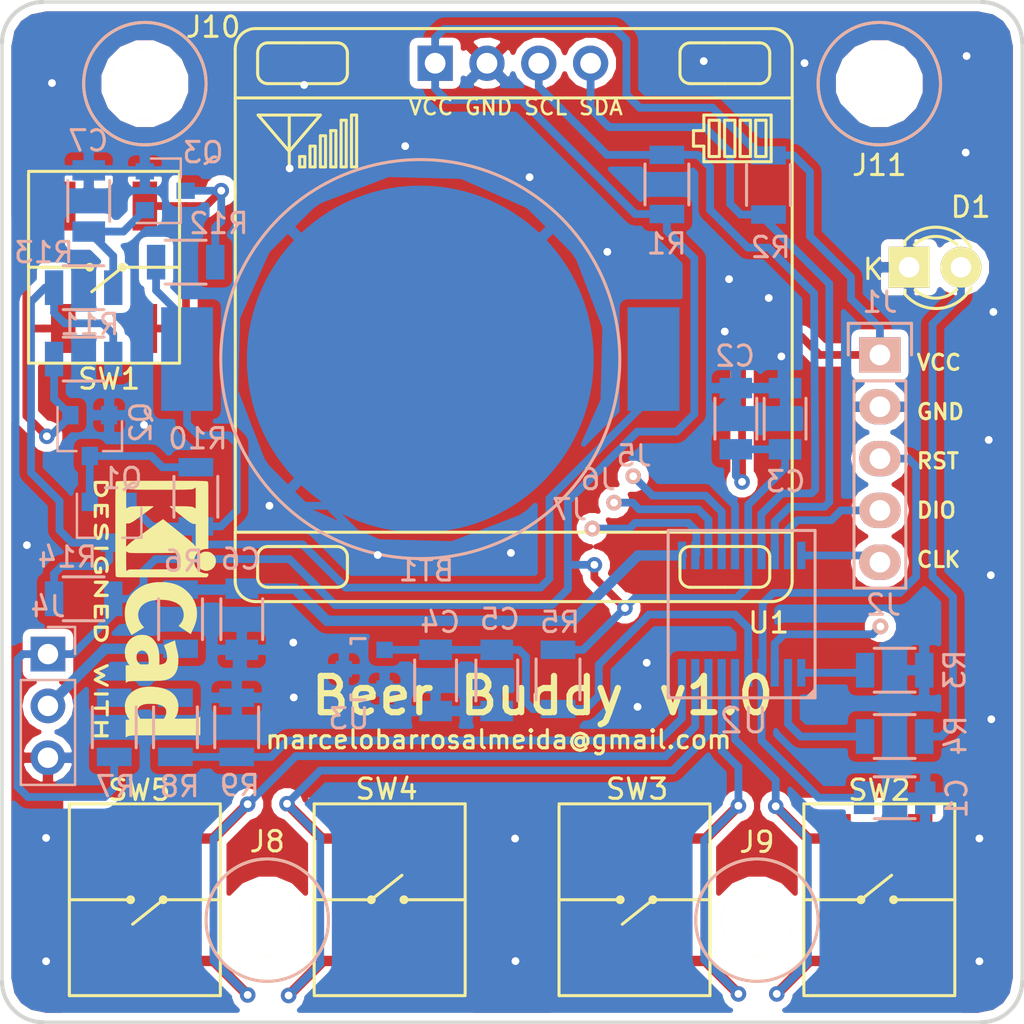
<source format=kicad_pcb>
(kicad_pcb (version 4) (host pcbnew 4.0.2+dfsg1-stable)
  (title_block (title "Beer Buddy") (date 2017-10-16) (rev V1) (comment 1 "All rights reserved") (comment 2 marcelobarrosalmeida@gmail.com) (comment 3 "Marcelo Barros de Almeida"))
  (layers (0 F.Cu signal) (31 B.Cu signal) (34 B.Paste user) (35 F.Paste user) (36 B.SilkS user) (37 F.SilkS user) (38 B.Mask user) (39 F.Mask user) (44 Edge.Cuts user))
  (net 0 "")
  (net 1 "Net-(BT1-Pad1)")
  (net 2 GND)
  (net 3 /NRST)
  (net 4 VDD)
  (net 5 /2V5REF)
  (net 6 /ADC_TEMP)
  (net 7 "Net-(D1-Pad2)")
  (net 8 /SWCLK)
  (net 9 /SWDIO)
  (net 10 "Net-(J2-Pad1)")
  (net 11 "Net-(J4-Pad2)")
  (net 12 "Net-(J5-Pad1)")
  (net 13 "Net-(J6-Pad1)")
  (net 14 "Net-(J7-Pad1)")
  (net 15 /SCL)
  (net 16 /SDA)
  (net 17 "Net-(R3-Pad1)")
  (net 18 /ALAM_LED)
  (net 19 "Net-(R7-Pad2)")
  (net 20 /2V5BAT)
  (net 21 /SWUP)
  (net 22 /SWDOWN)
  (net 23 /SWLEFT)
  (net 24 /SWRIGHT)
  (net 25 "Net-(C7-Pad1)")
  (net 26 BAT3V)
  (net 27 "Net-(Q1-Pad1)")
  (net 28 "Net-(Q2-Pad1)")
  (net 29 "Net-(Q3-Pad3)")
  (module mods:EVQ-Q2B02W (layer F.Cu) (at 35 43 90)
    (fp_text reference SW1 (at -5.475 0.25 180) (layer F.SilkS))
    (fp_text value SW_SPST)
    (pad 2 smd rect (at 3 2 90) (size 2.4 1.2) (layers F.Cu F.Paste F.Mask) (net 29 "Net-(Q3-Pad3)"))
    (pad 1 smd rect (at 3 -2 90) (size 2.4 1.2) (layers F.Cu F.Paste F.Mask) (net 28 "Net-(Q2-Pad1)"))
    (pad 2 smd rect (at -3 2 90) (size 2.4 1.2) (layers F.Cu F.Paste F.Mask) (net 29 "Net-(Q3-Pad3)"))
    (pad 1 smd rect (at -3 -2 90) (size 2.4 1.2) (layers F.Cu F.Paste F.Mask) (net 28 "Net-(Q2-Pad1)"))
  )
  (module mods:BAT-HLD-001-THM (layer B.Cu) (at 50.5 47.5)
    (fp_text reference BT1 (at 0.3 10.375) (layer B.SilkS) (effects (justify mirror)))
    (fp_text value CR2032)
    (pad 1 smd rect (at 11.43 0) (size 2.54 5.08) (layers B.Cu B.Paste B.Mask) (net 1 "Net-(BT1-Pad1)"))
    (pad 2 smd circle (at 0 0) (size 17 17) (layers B.Cu B.Paste B.Mask) (net 2 GND))
    (pad 1 smd rect (at -11.43 0) (size 2.54 5.08) (layers B.Cu B.Paste B.Mask) (net 1 "Net-(BT1-Pad1)"))
  )
  (module Pin_Headers:Pin_Header_Straight_1x05 (layer B.Cu) (at 73.0276 47.2974 180)
    (fp_text reference J1 (at 0 2.59 180) (layer B.SilkS) (effects (justify mirror)))
    (fp_text value JTAG)
    (pad 1 thru_hole rect (at 0 0 180) (size 2.032 1.7272) (drill 1.016) (layers *.Cu *.Mask B.SilkS) (net 4 VDD))
    (pad 2 thru_hole oval (at 0 -2.54 180) (size 2.032 1.7272) (drill 1.016) (layers *.Cu *.Mask B.SilkS) (net 2 GND))
    (pad 3 thru_hole oval (at 0 -5.08 180) (size 2.032 1.7272) (drill 1.016) (layers *.Cu *.Mask B.SilkS) (net 3 /NRST))
    (pad 4 thru_hole oval (at 0 -7.62 180) (size 2.032 1.7272) (drill 1.016) (layers *.Cu *.Mask B.SilkS) (net 9 /SWDIO))
    (pad 5 thru_hole oval (at 0 -10.16 180) (size 2.032 1.7272) (drill 1.016) (layers *.Cu *.Mask B.SilkS) (net 8 /SWCLK))
  )
  (module mods:DISPLAY-OLED (layer F.Cu) (at 55 33)
    (fp_text reference U1 (at 12.575 27.425) (layer F.SilkS))
    (fp_text value OLED-DISPLAY-I2C-128X64)
    (fp_text user "VCC GND SCL SDA" (at 0.175 2.15) (layer F.SilkS) (effects (font (size 0.762 0.762) (thickness 0.127))))
    (pad 3 thru_hole circle (at 1.308 0) (size 1.7272 1.7272) (drill 1.016) (layers *.Cu *.Mask) (net 15 /SCL))
    (pad 1 thru_hole rect (at -3.772 0) (size 1.7272 1.7272) (drill 1.016) (layers *.Cu *.Mask) (net 4 VDD))
    (pad 4 thru_hole circle (at 3.848 0) (size 1.7272 1.7272) (drill 1.016) (layers *.Cu *.Mask) (net 16 /SDA))
    (pad 2 thru_hole circle (at -1.232 0) (size 1.7272 1.7272) (drill 1.016) (layers *.Cu *.Mask) (net 2 GND))
  )
  (module TO_SOT_Packages_SMD:SOT-23 (layer B.Cu) (at 47.74924 62.7 270)
    (fp_text reference U3 (at 2.425 0.74924 540) (layer B.SilkS) (effects (justify mirror)))
    (fp_text value ADR5041BRTZ)
    (pad 1 smd rect (at -0.95 -1.00076 270) (size 0.8001 0.8001) (layers B.Cu B.Paste B.Mask) (net 5 /2V5REF))
    (pad 2 smd rect (at 0.95 -1.00076 270) (size 0.8001 0.8001) (layers B.Cu B.Paste B.Mask) (net 2 GND))
    (pad 3 smd rect (at 0 0.99822 270) (size 0.8001 0.8001) (layers B.Cu B.Paste B.Mask) (net 2 GND))
  )
  (module LEDs:LED-3MM (layer F.Cu) (at 74.46 43)
    (fp_text reference D1 (at 3.015 -2.95 180) (layer F.SilkS))
    (fp_text value LED)
    (fp_text user K (at -1.76 0.1) (layer F.SilkS))
    (pad 1 thru_hole rect (at 0 0 90) (size 2 2) (drill 1.00076) (layers *.Cu *.Mask F.SilkS) (net 2 GND))
    (pad 2 thru_hole circle (at 2.54 0) (size 2 2) (drill 1.00076) (layers *.Cu *.Mask F.SilkS) (net 7 "Net-(D1-Pad2)"))
  )
  (module TO_SOT_Packages_SMD:SOT-23 (layer B.Cu) (at 35.25 55.5 270)
    (fp_text reference Q1 (at -2.15 -0.625 540) (layer B.SilkS) (effects (justify mirror)))
    (fp_text value "PMV48XP (PMOS_GSD)")
    (pad 1 smd rect (at -1 0.95 270) (size 0.9 0.8) (layers B.Cu B.Paste B.Mask) (net 27 "Net-(Q1-Pad1)"))
    (pad 2 smd rect (at -1 -0.95 270) (size 0.9 0.8) (layers B.Cu B.Paste B.Mask) (net 1 "Net-(BT1-Pad1)"))
    (pad 3 smd rect (at 1 0 270) (size 0.9 0.8) (layers B.Cu B.Paste B.Mask) (net 26 BAT3V))
  )
  (module TO_SOT_Packages_SMD:SOT-23 (layer B.Cu) (at 34.3 51.25 270)
    (fp_text reference Q2 (at -0.65 -2.5 450) (layer B.SilkS) (effects (justify mirror)))
    (fp_text value "PMV65UNER (NMOS_GSD)")
    (pad 1 smd rect (at -1 0.95 270) (size 0.9 0.8) (layers B.Cu B.Paste B.Mask) (net 28 "Net-(Q2-Pad1)"))
    (pad 2 smd rect (at -1 -0.95 270) (size 0.9 0.8) (layers B.Cu B.Paste B.Mask) (net 2 GND))
    (pad 3 smd rect (at 1 0 270) (size 0.9 0.8) (layers B.Cu B.Paste B.Mask) (net 27 "Net-(Q1-Pad1)"))
  )
  (module TO_SOT_Packages_SMD:SOT-23 (layer B.Cu) (at 38 39.25)
    (fp_text reference Q3 (at 1.85 -1.875 180) (layer B.SilkS) (effects (justify mirror)))
    (fp_text value "PMV65UNER (NMOS_GSD)")
    (pad 1 smd rect (at -1 0.95) (size 0.9 0.8) (layers B.Cu B.Paste B.Mask) (net 25 "Net-(C7-Pad1)"))
    (pad 2 smd rect (at -1 -0.95) (size 0.9 0.8) (layers B.Cu B.Paste B.Mask) (net 2 GND))
    (pad 3 smd rect (at 1 0) (size 0.9 0.8) (layers B.Cu B.Paste B.Mask) (net 29 "Net-(Q3-Pad3)"))
  )
  (module mods:TEST-PIN (layer B.Cu) (at 60.9372 53.241)
    (fp_text reference J5 (at 0.04032 -1.00052) (layer B.SilkS) (effects (justify mirror)))
    (fp_text value PA7)
    (pad 1 thru_hole circle (at 0 0) (size 0.762 0.762) (drill 0.381) (layers *.Cu *.Mask B.SilkS) (net 12 "Net-(J5-Pad1)"))
  )
  (module mods:TEST-PIN (layer B.Cu) (at 59.9974 54.5364)
    (fp_text reference J6 (at -0.7724 -1.1364) (layer B.SilkS) (effects (justify mirror)))
    (fp_text value PA6)
    (pad 1 thru_hole circle (at 0 0) (size 0.762 0.762) (drill 0.381) (layers *.Cu *.Mask B.SilkS) (net 13 "Net-(J6-Pad1)"))
  )
  (module mods:TEST-PIN (layer B.Cu) (at 58.9306 55.8064)
    (fp_text reference J7 (at -1.1056 -0.9314 180) (layer B.SilkS) (effects (justify mirror)))
    (fp_text value PA5)
    (pad 1 thru_hole circle (at 0 0) (size 0.762 0.762) (drill 0.381) (layers *.Cu *.Mask B.SilkS) (net 14 "Net-(J7-Pad1)"))
  )
  (module mods:TEST-PIN (layer B.Cu) (at 73.053 60.607)
    (fp_text reference J2 (at 0.147 -1.057) (layer B.SilkS) (effects (justify mirror)))
    (fp_text value PF1)
    (pad 1 thru_hole circle (at 0 0) (size 0.762 0.762) (drill 0.381) (layers *.Cu *.Mask B.SilkS) (net 10 "Net-(J2-Pad1)"))
  )
  (module mods:M3_Connector (layer F.Cu) (at 43 75)
    (fp_text reference J8 (at 0 -3.85) (layer F.SilkS))
    (fp_text value Drill)
    (pad "" np_thru_hole circle (at 0 0) (size 3.5 3.5) (drill 3.5) (layers *.Cu *.Mask F.SilkS))
  )
  (module mods:M3_Connector (layer F.Cu) (at 67 75)
    (fp_text reference J9 (at 0 -3.825) (layer F.SilkS))
    (fp_text value Drill)
    (pad "" np_thru_hole circle (at 0 0) (size 3.5 3.5) (drill 3.5) (layers *.Cu *.Mask F.SilkS))
  )
  (module mods:M3_Connector (layer F.Cu) (at 37 34)
    (fp_text reference J10 (at 3.35 -2.775 180) (layer F.SilkS))
    (fp_text value Drill)
    (pad "" np_thru_hole circle (at 0 0) (size 3.5 3.5) (drill 3.5) (layers *.Cu *.Mask F.SilkS))
  )
  (module mods:M3_Connector (layer F.Cu) (at 73 34)
    (fp_text reference J11 (at 0 4) (layer F.SilkS))
    (fp_text value Drill)
    (pad "" np_thru_hole circle (at 0 0) (size 3.5 3.5) (drill 3.5) (layers *.Cu *.Mask F.SilkS))
  )
  (module mods:EVQ-Q2B02W (layer F.Cu) (at 37 74 90)
    (fp_text reference SW5 (at 5.375 -0.275 180) (layer F.SilkS))
    (fp_text value SW_SPST)
    (pad 2 smd rect (at 3 2 90) (size 2.4 1.2) (layers F.Cu F.Paste F.Mask) (net 21 /SWUP))
    (pad 1 smd rect (at 3 -2 90) (size 2.4 1.2) (layers F.Cu F.Paste F.Mask) (net 2 GND))
    (pad 2 smd rect (at -3 2 90) (size 2.4 1.2) (layers F.Cu F.Paste F.Mask) (net 21 /SWUP))
    (pad 1 smd rect (at -3 -2 90) (size 2.4 1.2) (layers F.Cu F.Paste F.Mask) (net 2 GND))
  )
  (module mods:EVQ-Q2B02W (layer F.Cu) (at 49 74 270)
    (fp_text reference SW4 (at -5.425 0.15 360) (layer F.SilkS))
    (fp_text value SW_SPST)
    (pad 2 smd rect (at 3 2 270) (size 2.4 1.2) (layers F.Cu F.Paste F.Mask) (net 22 /SWDOWN))
    (pad 1 smd rect (at 3 -2 270) (size 2.4 1.2) (layers F.Cu F.Paste F.Mask) (net 2 GND))
    (pad 2 smd rect (at -3 2 270) (size 2.4 1.2) (layers F.Cu F.Paste F.Mask) (net 22 /SWDOWN))
    (pad 1 smd rect (at -3 -2 270) (size 2.4 1.2) (layers F.Cu F.Paste F.Mask) (net 2 GND))
  )
  (module mods:EVQ-Q2B02W (layer F.Cu) (at 61 74 90)
    (fp_text reference SW3 (at 5.425 0.125 180) (layer F.SilkS))
    (fp_text value SW_SPST)
    (pad 2 smd rect (at 3 2 90) (size 2.4 1.2) (layers F.Cu F.Paste F.Mask) (net 23 /SWLEFT))
    (pad 1 smd rect (at 3 -2 90) (size 2.4 1.2) (layers F.Cu F.Paste F.Mask) (net 2 GND))
    (pad 2 smd rect (at -3 2 90) (size 2.4 1.2) (layers F.Cu F.Paste F.Mask) (net 23 /SWLEFT))
    (pad 1 smd rect (at -3 -2 90) (size 2.4 1.2) (layers F.Cu F.Paste F.Mask) (net 2 GND))
  )
  (module mods:EVQ-Q2B02W (layer F.Cu) (at 73 74 270)
    (fp_text reference SW2 (at -5.375 0 360) (layer F.SilkS))
    (fp_text value SW_SPST)
    (pad 2 smd rect (at 3 2 270) (size 2.4 1.2) (layers F.Cu F.Paste F.Mask) (net 24 /SWRIGHT))
    (pad 1 smd rect (at 3 -2 270) (size 2.4 1.2) (layers F.Cu F.Paste F.Mask) (net 2 GND))
    (pad 2 smd rect (at -3 2 270) (size 2.4 1.2) (layers F.Cu F.Paste F.Mask) (net 24 /SWRIGHT))
    (pad 1 smd rect (at -3 -2 270) (size 2.4 1.2) (layers F.Cu F.Paste F.Mask) (net 2 GND))
  )
  (module mods:TSOP-20-STM32F030F4 (layer B.Cu) (at 66.25 60 180)
    (fp_text reference U2 (at -0.1 -5.225 180) (layer B.SilkS) (effects (font (size 1.2 1.2)) (justify mirror)))
    (fp_text value STM32F030F4)
    (pad 20 smd rect (at -2.925 2.875 180) (size 0.4 1.35) (layers B.Cu B.Paste B.Mask) (net 8 /SWCLK))
    (pad 1 smd rect (at -2.925 -2.875 180) (size 0.4 1.35) (layers B.Cu B.Paste B.Mask) (net 17 "Net-(R3-Pad1)"))
    (pad 19 smd rect (at -2.275 2.875 180) (size 0.4 1.35) (layers B.Cu B.Paste B.Mask) (net 9 /SWDIO))
    (pad 2 smd rect (at -2.275 -2.875 180) (size 0.4 1.35) (layers B.Cu B.Paste B.Mask) (net 18 /ALAM_LED))
    (pad 18 smd rect (at -1.625 2.875 180) (size 0.4 1.35) (layers B.Cu B.Paste B.Mask) (net 16 /SDA))
    (pad 3 smd rect (at -1.625 -2.875 180) (size 0.4 1.35) (layers B.Cu B.Paste B.Mask) (net 10 "Net-(J2-Pad1)"))
    (pad 17 smd rect (at -0.975 2.875 180) (size 0.4 1.35) (layers B.Cu B.Paste B.Mask) (net 15 /SCL))
    (pad 4 smd rect (at -0.975 -2.875 180) (size 0.4 1.35) (layers B.Cu B.Paste B.Mask) (net 3 /NRST))
    (pad 16 smd rect (at -0.325 2.875 180) (size 0.4 1.35) (layers B.Cu B.Paste B.Mask) (net 4 VDD))
    (pad 5 smd rect (at -0.325 -2.875 180) (size 0.4 1.35) (layers B.Cu B.Paste B.Mask) (net 5 /2V5REF))
    (pad 15 smd rect (at 0.325 2.875 180) (size 0.4 1.35) (layers B.Cu B.Paste B.Mask) (net 2 GND))
    (pad 6 smd rect (at 0.325 -2.875 180) (size 0.4 1.35) (layers B.Cu B.Paste B.Mask) (net 24 /SWRIGHT))
    (pad 14 smd rect (at 0.975 2.875 180) (size 0.4 1.35) (layers B.Cu B.Paste B.Mask) (net 12 "Net-(J5-Pad1)"))
    (pad 7 smd rect (at 0.975 -2.875 180) (size 0.4 1.35) (layers B.Cu B.Paste B.Mask) (net 23 /SWLEFT))
    (pad 13 smd rect (at 1.625 2.875 180) (size 0.4 1.35) (layers B.Cu B.Paste B.Mask) (net 13 "Net-(J6-Pad1)"))
    (pad 8 smd rect (at 1.625 -2.875 180) (size 0.4 1.35) (layers B.Cu B.Paste B.Mask) (net 22 /SWDOWN))
    (pad 12 smd rect (at 2.275 2.875 180) (size 0.4 1.35) (layers B.Cu B.Paste B.Mask) (net 14 "Net-(J7-Pad1)"))
    (pad 9 smd rect (at 2.275 -2.875 180) (size 0.4 1.35) (layers B.Cu B.Paste B.Mask) (net 21 /SWUP))
    (pad 11 smd rect (at 2.925 2.875 180) (size 0.4 1.35) (layers B.Cu B.Paste B.Mask) (net 6 /ADC_TEMP))
    (pad 10 smd rect (at 2.925 -2.875 180) (size 0.4 1.35) (layers B.Cu B.Paste B.Mask) (net 20 /2V5BAT))
  )
  (module mods:R_1206_CUSTOM (layer B.Cu) (at 62.5882 38.9408 270)
    (fp_text reference R1 (at 2.9092 0.0132 360) (layer B.SilkS) (effects (justify mirror)))
    (fp_text value 2K)
    (pad 1 smd rect (at -1.45 0 270) (size 0.9 1.7) (layers B.Cu B.Paste B.Mask) (net 15 /SCL))
    (pad 2 smd rect (at 1.45 0 270) (size 0.9 1.7) (layers B.Cu B.Paste B.Mask) (net 4 VDD))
  )
  (module mods:R_1206_CUSTOM (layer B.Cu) (at 67.5666 38.9662 270)
    (fp_text reference R2 (at 3.0588 -0.1084 360) (layer B.SilkS) (effects (justify mirror)))
    (fp_text value 2K)
    (pad 1 smd rect (at -1.45 0 270) (size 0.9 1.7) (layers B.Cu B.Paste B.Mask) (net 4 VDD))
    (pad 2 smd rect (at 1.45 0 270) (size 0.9 1.7) (layers B.Cu B.Paste B.Mask) (net 16 /SDA))
  )
  (module mods:R_1206_CUSTOM (layer B.Cu) (at 73.75 62.75)
    (fp_text reference R3 (at 2.95 -0.025 90) (layer B.SilkS) (effects (justify mirror)))
    (fp_text value 10K)
    (pad 1 smd rect (at -1.45 0) (size 0.9 1.7) (layers B.Cu B.Paste B.Mask) (net 17 "Net-(R3-Pad1)"))
    (pad 2 smd rect (at 1.45 0) (size 0.9 1.7) (layers B.Cu B.Paste B.Mask) (net 2 GND))
  )
  (module mods:R_1206_CUSTOM (layer B.Cu) (at 73.75 66)
    (fp_text reference R4 (at 3 -0.05 90) (layer B.SilkS) (effects (justify mirror)))
    (fp_text value 330R)
    (pad 1 smd rect (at -1.45 0) (size 0.9 1.7) (layers B.Cu B.Paste B.Mask) (net 18 /ALAM_LED))
    (pad 2 smd rect (at 1.45 0) (size 0.9 1.7) (layers B.Cu B.Paste B.Mask) (net 7 "Net-(D1-Pad2)"))
  )
  (module mods:R_1206_CUSTOM (layer B.Cu) (at 57.25 63.2 270)
    (fp_text reference R5 (at -2.8 -0.1 360) (layer B.SilkS) (effects (justify mirror)))
    (fp_text value 3K)
    (pad 1 smd rect (at -1.45 0 270) (size 0.9 1.7) (layers B.Cu B.Paste B.Mask) (net 4 VDD))
    (pad 2 smd rect (at 1.45 0 270) (size 0.9 1.7) (layers B.Cu B.Paste B.Mask) (net 5 /2V5REF))
  )
  (module mods:R_1206_CUSTOM (layer B.Cu) (at 38.75 60.25 90)
    (fp_text reference R6 (at 2.85 0.15 180) (layer B.SilkS) (effects (justify mirror)))
    (fp_text value 2K)
    (pad 1 smd rect (at -1.45 0 90) (size 0.9 1.7) (layers B.Cu B.Paste B.Mask) (net 11 "Net-(J4-Pad2)"))
    (pad 2 smd rect (at 1.45 0 90) (size 0.9 1.7) (layers B.Cu B.Paste B.Mask) (net 6 /ADC_TEMP))
  )
  (module mods:R_1206_CUSTOM (layer B.Cu) (at 35.5 65.55 90)
    (fp_text reference R7 (at -2.9 0.075 180) (layer B.SilkS) (effects (justify mirror)))
    (fp_text value 30K)
    (pad 1 smd rect (at -1.45 0 90) (size 0.9 1.7) (layers B.Cu B.Paste B.Mask) (net 4 VDD))
    (pad 2 smd rect (at 1.45 0 90) (size 0.9 1.7) (layers B.Cu B.Paste B.Mask) (net 19 "Net-(R7-Pad2)"))
  )
  (module mods:R_1206_CUSTOM (layer B.Cu) (at 38.5 65.55 270)
    (fp_text reference R8 (at 2.9 -0.2 360) (layer B.SilkS) (effects (justify mirror)))
    (fp_text value 30K)
    (pad 1 smd rect (at -1.45 0 270) (size 0.9 1.7) (layers B.Cu B.Paste B.Mask) (net 19 "Net-(R7-Pad2)"))
    (pad 2 smd rect (at 1.45 0 270) (size 0.9 1.7) (layers B.Cu B.Paste B.Mask) (net 20 /2V5BAT))
  )
  (module mods:R_1206_CUSTOM (layer B.Cu) (at 41.5 65.55 90)
    (fp_text reference R9 (at -2.85 0.15 180) (layer B.SilkS) (effects (justify mirror)))
    (fp_text value 300K)
    (pad 1 smd rect (at -1.45 0 90) (size 0.9 1.7) (layers B.Cu B.Paste B.Mask) (net 20 /2V5BAT))
    (pad 2 smd rect (at 1.45 0 90) (size 0.9 1.7) (layers B.Cu B.Paste B.Mask) (net 2 GND))
  )
  (module mods:R_1206_CUSTOM (layer B.Cu) (at 39.5 54.25 270)
    (fp_text reference R10 (at -2.85 -0.1 360) (layer B.SilkS) (effects (justify mirror)))
    (fp_text value 100K)
    (pad 1 smd rect (at -1.45 0 270) (size 0.9 1.7) (layers B.Cu B.Paste B.Mask) (net 27 "Net-(Q1-Pad1)"))
    (pad 2 smd rect (at 1.45 0 270) (size 0.9 1.7) (layers B.Cu B.Paste B.Mask) (net 1 "Net-(BT1-Pad1)"))
  )
  (module mods:R_1206_CUSTOM (layer B.Cu) (at 34 47.5)
    (fp_text reference R11 (at 0.3 -1.7 180) (layer B.SilkS) (effects (justify mirror)))
    (fp_text value 100K)
    (pad 1 smd rect (at -1.45 0) (size 0.9 1.7) (layers B.Cu B.Paste B.Mask) (net 28 "Net-(Q2-Pad1)"))
    (pad 2 smd rect (at 1.45 0) (size 0.9 1.7) (layers B.Cu B.Paste B.Mask) (net 26 BAT3V))
  )
  (module mods:R_1206_CUSTOM (layer B.Cu) (at 39 42.75 180)
    (fp_text reference R12 (at -1.625 1.9 180) (layer B.SilkS) (effects (justify mirror)))
    (fp_text value 100K)
    (pad 1 smd rect (at -1.45 0 180) (size 0.9 1.7) (layers B.Cu B.Paste B.Mask) (net 29 "Net-(Q3-Pad3)"))
    (pad 2 smd rect (at 1.45 0 180) (size 0.9 1.7) (layers B.Cu B.Paste B.Mask) (net 1 "Net-(BT1-Pad1)"))
  )
  (module mods:R_1206_CUSTOM (layer B.Cu) (at 34 44 180)
    (fp_text reference R13 (at 1.95 1.725 360) (layer B.SilkS) (effects (justify mirror)))
    (fp_text value 1M)
    (pad 1 smd rect (at -1.45 0 180) (size 0.9 1.7) (layers B.Cu B.Paste B.Mask) (net 25 "Net-(C7-Pad1)"))
    (pad 2 smd rect (at 1.45 0 180) (size 0.9 1.7) (layers B.Cu B.Paste B.Mask) (net 26 BAT3V))
  )
  (module mods:R_1206_CUSTOM (layer B.Cu) (at 34 59.25)
    (fp_text reference R14 (at -0.8 -2.05 180) (layer B.SilkS) (effects (justify mirror)))
    (fp_text value 0R)
    (pad 1 smd rect (at -1.45 0) (size 0.9 1.7) (layers B.Cu B.Paste B.Mask) (net 26 BAT3V))
    (pad 2 smd rect (at 1.45 0) (size 0.9 1.7) (layers B.Cu B.Paste B.Mask) (net 4 VDD))
  )
  (module mods:C_1206_CUSTOM (layer B.Cu) (at 73.75 69)
    (fp_text reference C1 (at 3.05 0.025 90) (layer B.SilkS) (effects (justify mirror)))
    (fp_text value 100nF)
    (pad 1 smd rect (at -1.5 0) (size 1 1.6) (layers B.Cu B.Paste B.Mask) (net 3 /NRST))
    (pad 2 smd rect (at 1.5 0) (size 1 1.6) (layers B.Cu B.Paste B.Mask) (net 2 GND))
  )
  (module mods:C_1206_CUSTOM (layer B.Cu) (at 65.9664 50.4216 90)
    (fp_text reference C2 (at 3.0716 -0.0414 180) (layer B.SilkS) (effects (justify mirror)))
    (fp_text value 100nF)
    (pad 1 smd rect (at -1.5 0 90) (size 1 1.6) (layers B.Cu B.Paste B.Mask) (net 4 VDD))
    (pad 2 smd rect (at 1.5 0 90) (size 1 1.6) (layers B.Cu B.Paste B.Mask) (net 2 GND))
  )
  (module mods:C_1206_CUSTOM (layer B.Cu) (at 68.3794 50.4216 90)
    (fp_text reference C3 (at -3.0784 0.0206 180) (layer B.SilkS) (effects (justify mirror)))
    (fp_text value 4.7uF)
    (pad 1 smd rect (at -1.5 0 90) (size 1 1.6) (layers B.Cu B.Paste B.Mask) (net 4 VDD))
    (pad 2 smd rect (at 1.5 0 90) (size 1 1.6) (layers B.Cu B.Paste B.Mask) (net 2 GND))
  )
  (module mods:C_1206_CUSTOM (layer B.Cu) (at 51.25 63.25 270)
    (fp_text reference C4 (at -2.85 -0.225 360) (layer B.SilkS) (effects (justify mirror)))
    (fp_text value 10nF)
    (pad 1 smd rect (at -1.5 0 270) (size 1 1.6) (layers B.Cu B.Paste B.Mask) (net 5 /2V5REF))
    (pad 2 smd rect (at 1.5 0 270) (size 1 1.6) (layers B.Cu B.Paste B.Mask) (net 2 GND))
  )
  (module mods:C_1206_CUSTOM (layer B.Cu) (at 54.25 63.25 270)
    (fp_text reference C5 (at -3 -0.15 360) (layer B.SilkS) (effects (justify mirror)))
    (fp_text value 1uF)
    (pad 1 smd rect (at -1.5 0 270) (size 1 1.6) (layers B.Cu B.Paste B.Mask) (net 5 /2V5REF))
    (pad 2 smd rect (at 1.5 0 270) (size 1 1.6) (layers B.Cu B.Paste B.Mask) (net 2 GND))
  )
  (module mods:C_1206_CUSTOM (layer B.Cu) (at 41.75 60.25 270)
    (fp_text reference C6 (at -2.95 0.05 360) (layer B.SilkS) (effects (justify mirror)))
    (fp_text value 1uF)
    (pad 1 smd rect (at -1.5 0 270) (size 1 1.6) (layers B.Cu B.Paste B.Mask) (net 6 /ADC_TEMP))
    (pad 2 smd rect (at 1.5 0 270) (size 1 1.6) (layers B.Cu B.Paste B.Mask) (net 2 GND))
  )
  (module mods:C_1206_CUSTOM (layer B.Cu) (at 34.25 39.75 90)
    (fp_text reference C7 (at 2.95 -0.025 180) (layer B.SilkS) (effects (justify mirror)))
    (fp_text value 22uF)
    (pad 1 smd rect (at -1.5 0 90) (size 1 1.6) (layers B.Cu B.Paste B.Mask) (net 25 "Net-(C7-Pad1)"))
    (pad 2 smd rect (at 1.5 0 90) (size 1 1.6) (layers B.Cu B.Paste B.Mask) (net 2 GND))
  )
  (module Symbols:KiCad-Logo2_6mm_SilkScreen (layer F.Cu) (at 37.5 59.75 270)
    (fp_text reference REF*** hide)
    (fp_text value KiCad-Logo2_6mm_SilkScreen hide)
  )
  (module Pin_Headers:Pin_Header_Straight_1x03_Pitch2.54mm (layer B.Cu) (at 32.25 61.96 180)
    (fp_text reference J4 (at 0 2.33 180) (layer B.SilkS) (effects (justify mirror)))
    (fp_text value Sensor)
    (pad 1 thru_hole rect (at 0 0 180) (size 1.7 1.7) (drill 1) (layers *.Cu *.Mask) (net 4 VDD))
    (pad 2 thru_hole oval (at 0 -2.54 180) (size 1.7 1.7) (drill 1) (layers *.Cu *.Mask) (net 11 "Net-(J4-Pad2)"))
    (pad 3 thru_hole oval (at 0 -5.08 180) (size 1.7 1.7) (drill 1) (layers *.Cu *.Mask) (net 2 GND))
  )
  (gr_text v1.0 (at 62 64) (layer F.SilkS) (effects (font (size 1.778 1.778) (thickness 0.3048)) (justify left)))
  (gr_text marcelobarrosalmeida@gmail.com (at 42.825 66.15) (layer F.SilkS) (effects (font (size 0.889 0.889) (thickness 0.1524)) (justify left)))
  (gr_text "Beer Buddy" (at 45 64) (layer F.SilkS) (effects (font (size 1.778 1.778) (thickness 0.3048)) (justify left)))
  (gr_arc (start 32 32) (end 30 32) (angle 90) (layer Edge.Cuts) (width 0.2))
  (gr_arc (start 32 78) (end 32 80) (angle 90) (layer Edge.Cuts) (width 0.2))
  (gr_arc (start 78 78) (end 80 78) (angle 90) (layer Edge.Cuts) (width 0.2))
  (gr_arc (start 78 32) (end 78 30) (angle 90) (layer Edge.Cuts) (width 0.2))
  (gr_text "VCC\n\nGND\n\nRST\n\nDIO\n\nCLK" (at 74.75 52.5) (layer F.SilkS) (effects (font (size 0.75 0.75)) (justify left)))
  (gr_line (start 78 30) (end 32 30) (angle 90) (layer Edge.Cuts) (width 0.15))
  (gr_line (start 80 78) (end 80 32) (angle 90) (layer Edge.Cuts) (width 0.15))
  (gr_line (start 32 80) (end 78 80) (angle 90) (layer Edge.Cuts) (width 0.15))
  (gr_line (start 30 32) (end 30 78) (angle 90) (layer Edge.Cuts) (width 0.15))
  (segment (start 61.93 47.5) (end 61.93 49.232678) (width 0.381) (layer B.Cu) (net 1))
  (segment (start 61.93 49.232678) (end 56.829228 54.33345) (width 0.381) (layer B.Cu) (net 1))
  (segment (start 56.829228 54.33345) (end 56.829228 58.259774) (width 0.381) (layer B.Cu) (net 1))
  (segment (start 39.554444 56.585444) (end 39.5 56.531) (width 0.381) (layer B.Cu) (net 1))
  (segment (start 56.829228 58.259774) (end 56.389779 58.699223) (width 0.381) (layer B.Cu) (net 1))
  (segment (start 56.389779 58.699223) (end 46.845779 58.699223) (width 0.381) (layer B.Cu) (net 1))
  (segment (start 46.845779 58.699223) (end 44.732 56.585444) (width 0.381) (layer B.Cu) (net 1))
  (segment (start 44.732 56.585444) (end 39.554444 56.585444) (width 0.381) (layer B.Cu) (net 1))
  (segment (start 39.5 56.531) (end 39.5 55.7) (width 0.381) (layer B.Cu) (net 1))
  (segment (start 37.55 42.75) (end 37.55 44.132677) (width 0.381) (layer B.Cu) (net 1))
  (segment (start 37.55 44.132677) (end 39.07 45.652677) (width 0.381) (layer B.Cu) (net 1))
  (segment (start 39.07 45.652677) (end 39.07 47.5) (width 0.381) (layer B.Cu) (net 1))
  (segment (start 39.5 55.7) (end 40.731 55.7) (width 0.381) (layer B.Cu) (net 1))
  (segment (start 40.731 55.7) (end 41.5062 54.9248) (width 0.381) (layer B.Cu) (net 1))
  (segment (start 41.5062 54.9248) (end 41.5062 51.618056) (width 0.381) (layer B.Cu) (net 1))
  (segment (start 41.5062 51.618056) (end 41.124138 51.235994) (width 0.381) (layer B.Cu) (net 1))
  (segment (start 41.124138 51.235994) (end 39.631638 51.235994) (width 0.381) (layer B.Cu) (net 1))
  (segment (start 39.631638 51.235994) (end 39.07 50.674356) (width 0.381) (layer B.Cu) (net 1))
  (segment (start 39.07 50.674356) (end 39.07 47.5) (width 0.381) (layer B.Cu) (net 1))
  (segment (start 36.2 54.5) (end 36.2 54.55) (width 0.381) (layer B.Cu) (net 1))
  (segment (start 36.2 54.55) (end 37.35 55.7) (width 0.381) (layer B.Cu) (net 1))
  (segment (start 37.35 55.7) (end 39.5 55.7) (width 0.381) (layer B.Cu) (net 1))
  (segment (start 75 77) (end 77.889 77) (width 0.508) (layer F.Cu) (net 2))
  (segment (start 77.889 77) (end 77.9044 77.0154) (width 0.508) (layer F.Cu) (net 2))
  (segment (start 75 71) (end 77.9 71) (width 0.508) (layer F.Cu) (net 2))
  (segment (start 77.9 71) (end 77.9044 70.9956) (width 0.508) (layer F.Cu) (net 2))
  (segment (start 51 77) (end 55.157595 77) (width 0.508) (layer F.Cu) (net 2))
  (segment (start 55.157595 77) (end 55.164908 77.007313) (width 0.508) (layer F.Cu) (net 2))
  (segment (start 59 77) (end 55.172221 77) (width 0.508) (layer F.Cu) (net 2))
  (segment (start 55.172221 77) (end 55.164908 77.007313) (width 0.508) (layer F.Cu) (net 2))
  (segment (start 59 71) (end 55.146 71) (width 0.508) (layer F.Cu) (net 2))
  (segment (start 51 71) (end 55.146 71) (width 0.508) (layer F.Cu) (net 2))
  (segment (start 35 77) (end 32.1744 77) (width 0.508) (layer F.Cu) (net 2))
  (segment (start 32.1744 77) (end 32.159 77.0154) (width 0.508) (layer F.Cu) (net 2))
  (segment (start 35 71) (end 32.1888 71) (width 0.508) (layer F.Cu) (net 2))
  (segment (start 32.1888 71) (end 32.159 70.9702) (width 0.508) (layer F.Cu) (net 2))
  (segment (start 35.25 50.25) (end 36.4832 50.25) (width 0.381) (layer B.Cu) (net 2))
  (segment (start 36.4832 50.25) (end 36.9596 50.7264) (width 0.381) (layer B.Cu) (net 2))
  (via (at 36.9596 50.7264) (size 0.762) (drill 0.381) (layers F.Cu B.Cu) (net 2))
  (segment (start 30.762 66.754081) (end 30.762 57.0764) (width 0.381) (layer F.Cu) (net 2))
  (segment (start 30.762 57.0764) (end 31.2192 56.6192) (width 0.381) (layer F.Cu) (net 2))
  (via (at 31.2192 56.6192) (size 0.762) (drill 0.381) (layers F.Cu B.Cu) (net 2))
  (segment (start 32.25 67.04) (end 31.047919 67.04) (width 0.381) (layer F.Cu) (net 2))
  (segment (start 31.047919 67.04) (end 30.762 66.754081) (width 0.381) (layer F.Cu) (net 2))
  (segment (start 65.425 46.15) (end 67.068653 44.506347) (width 0.381) (layer F.Cu) (net 2))
  (segment (start 67.068653 44.506347) (end 67.57974 44.506347) (width 0.381) (layer F.Cu) (net 2))
  (via (at 67.57974 44.506347) (size 0.762) (drill 0.381) (layers F.Cu B.Cu) (net 2))
  (segment (start 65.633022 44.121862) (end 65.633022 43.583047) (width 0.381) (layer B.Cu) (net 2))
  (segment (start 65.633022 44.22198) (end 65.633022 44.121862) (width 0.381) (layer B.Cu) (net 2))
  (segment (start 65.944496 44.533454) (end 65.633022 44.22198) (width 0.381) (layer B.Cu) (net 2))
  (via (at 65.633022 43.583047) (size 0.762) (drill 0.381) (layers F.Cu B.Cu) (net 2))
  (segment (start 65.944496 45.116365) (end 65.944496 44.533454) (width 0.381) (layer B.Cu) (net 2))
  (segment (start 68.198051 47.36992) (end 65.944496 45.116365) (width 0.381) (layer B.Cu) (net 2))
  (segment (start 65.425 46.15) (end 65.944496 45.630504) (width 0.381) (layer B.Cu) (net 2))
  (segment (start 65.944496 45.630504) (end 65.944496 44.533454) (width 0.381) (layer B.Cu) (net 2))
  (via (at 65.425 46.15) (size 0.762) (drill 0.381) (layers F.Cu B.Cu) (net 2))
  (segment (start 69.333235 32.992684) (end 64.488684 32.992684) (width 0.381) (layer B.Cu) (net 2))
  (segment (start 64.488684 32.992684) (end 64.3916 32.8956) (width 0.381) (layer B.Cu) (net 2))
  (via (at 64.3916 32.8956) (size 0.762) (drill 0.381) (layers F.Cu B.Cu) (net 2))
  (segment (start 69.714234 33.373683) (end 69.333235 32.992684) (width 0.381) (layer B.Cu) (net 2))
  (segment (start 74.46 38.596953) (end 69.714234 33.851187) (width 0.381) (layer B.Cu) (net 2))
  (segment (start 74.46 43) (end 74.46 38.596953) (width 0.381) (layer B.Cu) (net 2))
  (segment (start 69.714234 33.851187) (end 69.714234 33.373683) (width 0.381) (layer B.Cu) (net 2))
  (via (at 69.333235 32.992684) (size 0.762) (drill 0.381) (layers F.Cu B.Cu) (net 2))
  (segment (start 77.233772 32.688816) (end 77.277181 32.645407) (width 0.381) (layer F.Cu) (net 2))
  (segment (start 77.233772 37.377048) (end 77.233772 32.688816) (width 0.381) (layer F.Cu) (net 2))
  (via (at 77.277181 32.645407) (size 0.762) (drill 0.381) (layers F.Cu B.Cu) (net 2))
  (segment (start 74.46 40.15082) (end 76.852773 37.758047) (width 0.381) (layer F.Cu) (net 2))
  (segment (start 74.46 43) (end 74.46 40.15082) (width 0.381) (layer F.Cu) (net 2))
  (segment (start 76.852773 37.758047) (end 77.233772 37.377048) (width 0.381) (layer F.Cu) (net 2))
  (via (at 77.233772 37.377048) (size 0.762) (drill 0.381) (layers F.Cu B.Cu) (net 2))
  (segment (start 48.415 57.1018) (end 54.8412 57.1018) (width 0.381) (layer F.Cu) (net 2))
  (segment (start 54.8412 57.1018) (end 54.9428 57.0002) (width 0.381) (layer F.Cu) (net 2))
  (via (at 54.9428 57.0002) (size 0.762) (drill 0.381) (layers F.Cu B.Cu) (net 2))
  (segment (start 43.1064 54.6888) (end 46.002 54.6888) (width 0.381) (layer B.Cu) (net 2))
  (segment (start 46.002 54.6888) (end 48.415 57.1018) (width 0.381) (layer B.Cu) (net 2))
  (via (at 48.415 57.1018) (size 0.762) (drill 0.381) (layers F.Cu B.Cu) (net 2))
  (segment (start 44.2748 61.3944) (end 44.2748 55.8572) (width 0.381) (layer F.Cu) (net 2))
  (segment (start 44.2748 55.8572) (end 43.1064 54.6888) (width 0.381) (layer F.Cu) (net 2))
  (via (at 43.1064 54.6888) (size 0.762) (drill 0.381) (layers F.Cu B.Cu) (net 2))
  (segment (start 61.149686 64.545425) (end 61.149686 62.832914) (width 0.381) (layer F.Cu) (net 2))
  (segment (start 61.149686 62.832914) (end 61.5976 62.385) (width 0.381) (layer F.Cu) (net 2))
  (via (at 61.5976 62.385) (size 0.762) (drill 0.381) (layers F.Cu B.Cu) (net 2))
  (segment (start 60.768687 64.926424) (end 61.149686 64.545425) (width 0.381) (layer F.Cu) (net 2))
  (segment (start 59 66.695111) (end 60.768687 64.926424) (width 0.381) (layer F.Cu) (net 2))
  (segment (start 59 71) (end 59 66.695111) (width 0.381) (layer F.Cu) (net 2))
  (via (at 61.149686 64.545425) (size 0.762) (drill 0.381) (layers F.Cu B.Cu) (net 2))
  (segment (start 44.299943 64.084947) (end 44.299943 61.419543) (width 0.381) (layer B.Cu) (net 2))
  (segment (start 44.299943 61.419543) (end 44.2748 61.3944) (width 0.381) (layer B.Cu) (net 2))
  (via (at 44.2748 61.3944) (size 0.762) (drill 0.381) (layers F.Cu B.Cu) (net 2))
  (segment (start 44.28489 64.1) (end 44.299943 64.084947) (width 0.381) (layer B.Cu) (net 2))
  (segment (start 41.5 64.1) (end 44.28489 64.1) (width 0.381) (layer B.Cu) (net 2))
  (via (at 44.299943 64.084947) (size 0.762) (drill 0.381) (layers F.Cu B.Cu) (net 2))
  (segment (start 78.3616 51.463) (end 78.3616 45.4178) (width 0.381) (layer F.Cu) (net 2))
  (segment (start 78.3616 45.4178) (end 78.5902 45.1892) (width 0.381) (layer F.Cu) (net 2))
  (via (at 78.5902 45.1892) (size 0.762) (drill 0.381) (layers F.Cu B.Cu) (net 2))
  (segment (start 78.4632 58.0924) (end 78.4632 51.5646) (width 0.381) (layer B.Cu) (net 2))
  (segment (start 78.4632 51.5646) (end 78.3616 51.463) (width 0.381) (layer B.Cu) (net 2))
  (via (at 78.3616 51.463) (size 0.762) (drill 0.381) (layers F.Cu B.Cu) (net 2))
  (segment (start 78.4886 65.1536) (end 78.4886 58.1178) (width 0.381) (layer F.Cu) (net 2))
  (segment (start 78.4886 58.1178) (end 78.4632 58.0924) (width 0.381) (layer F.Cu) (net 2))
  (via (at 78.4632 58.0924) (size 0.762) (drill 0.381) (layers F.Cu B.Cu) (net 2))
  (segment (start 77.9044 70.9956) (end 77.9044 65.7378) (width 0.381) (layer B.Cu) (net 2))
  (segment (start 77.9044 65.7378) (end 78.4886 65.1536) (width 0.381) (layer B.Cu) (net 2))
  (via (at 78.4886 65.1536) (size 0.762) (drill 0.381) (layers F.Cu B.Cu) (net 2))
  (segment (start 44.097 38.1534) (end 45.1892 37.0612) (width 0.381) (layer F.Cu) (net 2))
  (segment (start 45.1892 37.0612) (end 49.7612 37.0612) (width 0.381) (layer F.Cu) (net 2))
  (via (at 49.7612 37.0612) (size 0.762) (drill 0.381) (layers F.Cu B.Cu) (net 2))
  (segment (start 44.8082 34.064) (end 44.8082 37.4422) (width 0.381) (layer B.Cu) (net 2))
  (segment (start 44.8082 37.4422) (end 44.097 38.1534) (width 0.381) (layer B.Cu) (net 2))
  (via (at 44.097 38.1534) (size 0.762) (drill 0.381) (layers F.Cu B.Cu) (net 2))
  (segment (start 55.8572 38.5852) (end 59.5148 42.2428) (width 0.381) (layer B.Cu) (net 2))
  (segment (start 59.5148 42.2428) (end 59.6672 42.2428) (width 0.381) (layer B.Cu) (net 2))
  (via (at 59.6672 42.2428) (size 0.762) (drill 0.381) (layers F.Cu B.Cu) (net 2))
  (segment (start 50.2692 37.9502) (end 55.2222 37.9502) (width 0.381) (layer F.Cu) (net 2))
  (segment (start 55.2222 37.9502) (end 55.8572 38.5852) (width 0.381) (layer F.Cu) (net 2))
  (via (at 55.8572 38.5852) (size 0.762) (drill 0.381) (layers F.Cu B.Cu) (net 2))
  (segment (start 46.383 34.064) (end 50.2692 37.9502) (width 0.381) (layer F.Cu) (net 2))
  (segment (start 44.8082 34.064) (end 46.383 34.064) (width 0.381) (layer F.Cu) (net 2))
  (segment (start 32.829023 34.35192) (end 32.448024 33.970921) (width 0.381) (layer B.Cu) (net 2))
  (segment (start 34.25 35.772897) (end 32.829023 34.35192) (width 0.381) (layer B.Cu) (net 2))
  (segment (start 34.25 38.25) (end 34.25 35.772897) (width 0.381) (layer B.Cu) (net 2))
  (via (at 32.448024 33.970921) (size 0.762) (drill 0.381) (layers F.Cu B.Cu) (net 2))
  (segment (start 37 38.3) (end 40.5722 38.3) (width 0.381) (layer B.Cu) (net 2))
  (segment (start 40.5722 38.3) (end 44.8082 34.064) (width 0.381) (layer B.Cu) (net 2))
  (via (at 44.8082 34.064) (size 0.762) (drill 0.381) (layers F.Cu B.Cu) (net 2))
  (segment (start 68.198051 47.36992) (end 68.198051 48.740251) (width 0.381) (layer B.Cu) (net 2))
  (segment (start 68.198051 48.740251) (end 68.3794 48.9216) (width 0.381) (layer B.Cu) (net 2))
  (segment (start 65.9664 48.9216) (end 68.3794 48.9216) (width 0.381) (layer B.Cu) (net 2))
  (segment (start 68.57905 47.750919) (end 68.198051 47.36992) (width 0.381) (layer F.Cu) (net 2))
  (segment (start 70.665531 49.8374) (end 68.57905 47.750919) (width 0.381) (layer F.Cu) (net 2))
  (segment (start 73.0276 49.8374) (end 70.665531 49.8374) (width 0.381) (layer F.Cu) (net 2))
  (via (at 68.198051 47.36992) (size 0.762) (drill 0.381) (layers F.Cu B.Cu) (net 2))
  (segment (start 65.9664 48.9216) (end 65.9664 49.223957) (width 0.381) (layer B.Cu) (net 2))
  (segment (start 65.9664 49.223957) (end 64.2392 50.951157) (width 0.381) (layer B.Cu) (net 2))
  (segment (start 64.2392 50.951157) (end 64.2392 52.987) (width 0.381) (layer B.Cu) (net 2))
  (segment (start 64.2392 52.987) (end 65.925 54.6728) (width 0.381) (layer B.Cu) (net 2))
  (segment (start 65.925 56.069) (end 65.925 57.125) (width 0.381) (layer B.Cu) (net 2))
  (segment (start 65.925 54.6728) (end 65.925 56.069) (width 0.381) (layer B.Cu) (net 2))
  (segment (start 77.9044 70.9956) (end 77.9044 77.0154) (width 0.381) (layer F.Cu) (net 2))
  (via (at 77.9044 70.9956) (size 0.762) (drill 0.381) (layers F.Cu B.Cu) (net 2))
  (segment (start 32.159 70.9702) (end 32.159 77.0154) (width 0.381) (layer F.Cu) (net 2))
  (via (at 32.159 70.9702) (size 0.762) (drill 0.381) (layers F.Cu B.Cu) (net 2))
  (via (at 77.9044 77.0154) (size 0.762) (drill 0.381) (layers F.Cu B.Cu) (net 2))
  (via (at 55.146 71) (size 0.762) (drill 0.381) (layers F.Cu B.Cu) (net 2))
  (segment (start 55.164908 71.018908) (end 55.146 71) (width 0.381) (layer F.Cu) (net 2))
  (via (at 55.164908 77.007313) (size 0.762) (drill 0.381) (layers F.Cu B.Cu) (net 2))
  (via (at 32.159 77.0154) (size 0.762) (drill 0.381) (layers F.Cu B.Cu) (net 2))
  (segment (start 43.2456 64.1) (end 44.6456 62.7) (width 0.381) (layer B.Cu) (net 2))
  (segment (start 44.6456 62.7) (end 46.75102 62.7) (width 0.381) (layer B.Cu) (net 2))
  (segment (start 41.5 64.1) (end 43.2456 64.1) (width 0.381) (layer B.Cu) (net 2))
  (segment (start 41.5 64.1) (end 41.5 62) (width 0.381) (layer B.Cu) (net 2))
  (segment (start 41.5 62) (end 41.75 61.75) (width 0.381) (layer B.Cu) (net 2))
  (segment (start 51.25 64.75) (end 49.85 64.75) (width 0.381) (layer B.Cu) (net 2))
  (segment (start 49.85 64.75) (end 48.75 63.65) (width 0.381) (layer B.Cu) (net 2))
  (segment (start 51.25 64.75) (end 54.25 64.75) (width 0.381) (layer B.Cu) (net 2))
  (segment (start 73.0276 52.3774) (end 74.4246 52.3774) (width 0.381) (layer B.Cu) (net 3))
  (segment (start 74.8056 52.7584) (end 74.8056 58.16073) (width 0.381) (layer B.Cu) (net 3))
  (segment (start 74.4246 52.3774) (end 74.8056 52.7584) (width 0.381) (layer B.Cu) (net 3))
  (segment (start 74.8056 58.16073) (end 74.008807 58.957523) (width 0.381) (layer B.Cu) (net 3))
  (segment (start 67.80523 58.957523) (end 67.281299 59.481454) (width 0.381) (layer B.Cu) (net 3))
  (segment (start 74.008807 58.957523) (end 67.80523 58.957523) (width 0.381) (layer B.Cu) (net 3))
  (segment (start 67.281299 59.481454) (end 67.281299 62.818701) (width 0.381) (layer B.Cu) (net 3))
  (segment (start 67.281299 62.818701) (end 67.225 62.875) (width 0.381) (layer B.Cu) (net 3))
  (segment (start 67.225 62.875) (end 67.225 66.198965) (width 0.381) (layer B.Cu) (net 3))
  (segment (start 67.225 66.198965) (end 70.026035 69) (width 0.381) (layer B.Cu) (net 3))
  (segment (start 70.026035 69) (end 72.25 69) (width 0.381) (layer B.Cu) (net 3))
  (segment (start 35.0292 68.9636) (end 35.5 68.4928) (width 0.381) (layer B.Cu) (net 4))
  (segment (start 35.5 68.4928) (end 35.5 67) (width 0.381) (layer B.Cu) (net 4))
  (segment (start 31.27 68.9636) (end 35.0292 68.9636) (width 0.381) (layer B.Cu) (net 4))
  (segment (start 30.762 68.4556) (end 31.27 68.9636) (width 0.381) (layer B.Cu) (net 4))
  (segment (start 30.762 62.217) (end 30.762 68.4556) (width 0.381) (layer B.Cu) (net 4))
  (segment (start 32.25 61.96) (end 31.019 61.96) (width 0.381) (layer B.Cu) (net 4))
  (segment (start 31.019 61.96) (end 30.762 62.217) (width 0.381) (layer B.Cu) (net 4))
  (segment (start 32.25 61.96) (end 33.481 61.96) (width 0.381) (layer B.Cu) (net 4))
  (segment (start 35.45 59.991) (end 35.45 59.25) (width 0.381) (layer B.Cu) (net 4))
  (segment (start 33.481 61.96) (end 35.45 59.991) (width 0.381) (layer B.Cu) (net 4))
  (segment (start 58.481 61.75) (end 60.5308 59.7002) (width 0.381) (layer B.Cu) (net 4))
  (segment (start 60.5308 59.7002) (end 61.022945 59.208055) (width 0.381) (layer B.Cu) (net 4))
  (segment (start 59.0322 58.2016) (end 60.5308 59.7002) (width 0.381) (layer F.Cu) (net 4))
  (segment (start 59.0322 57.5844) (end 59.0322 58.2016) (width 0.381) (layer F.Cu) (net 4))
  (via (at 60.5308 59.7002) (size 0.762) (drill 0.381) (layers F.Cu B.Cu) (net 4))
  (segment (start 57.7368 57.5844) (end 57.7368 58.770363) (width 0.381) (layer B.Cu) (net 4))
  (segment (start 57.7368 54.4602) (end 57.7368 57.5844) (width 0.381) (layer B.Cu) (net 4))
  (segment (start 57.7368 57.5844) (end 59.0322 57.5844) (width 0.381) (layer B.Cu) (net 4))
  (via (at 59.0322 57.5844) (size 0.762) (drill 0.381) (layers F.Cu B.Cu) (net 4))
  (segment (start 68.7976 37.5162) (end 69.5986 38.3172) (width 0.381) (layer B.Cu) (net 4))
  (segment (start 71.610496 43.4874) (end 71.610496 44.550741) (width 0.381) (layer B.Cu) (net 4))
  (segment (start 69.5986 38.3172) (end 69.5986 41.475504) (width 0.381) (layer B.Cu) (net 4))
  (segment (start 69.5986 41.475504) (end 71.610496 43.4874) (width 0.381) (layer B.Cu) (net 4))
  (segment (start 69.1922 46.4084) (end 70.0812 47.2974) (width 0.381) (layer F.Cu) (net 4))
  (segment (start 70.0812 47.2974) (end 73.0276 47.2974) (width 0.381) (layer F.Cu) (net 4))
  (segment (start 66.9824 46.4084) (end 69.1922 46.4084) (width 0.381) (layer F.Cu) (net 4))
  (segment (start 66.2712 47.1196) (end 66.9824 46.4084) (width 0.381) (layer F.Cu) (net 4))
  (segment (start 66.2712 53.5204) (end 66.2712 47.1196) (width 0.381) (layer F.Cu) (net 4))
  (segment (start 65.9664 51.9216) (end 65.9664 53.2156) (width 0.381) (layer B.Cu) (net 4))
  (segment (start 65.9664 53.2156) (end 66.2712 53.5204) (width 0.381) (layer B.Cu) (net 4))
  (via (at 66.2712 53.5204) (size 0.762) (drill 0.381) (layers F.Cu B.Cu) (net 4))
  (segment (start 62.5882 40.3908) (end 62.5882 41.2218) (width 0.381) (layer B.Cu) (net 4))
  (segment (start 56.947875 59.559288) (end 46.338135 59.559288) (width 0.381) (layer B.Cu) (net 4))
  (segment (start 62.5882 41.2218) (end 63.931303 42.564903) (width 0.381) (layer B.Cu) (net 4))
  (segment (start 63.931303 42.564903) (end 63.931303 50.189458) (width 0.381) (layer B.Cu) (net 4))
  (segment (start 63.931303 50.189458) (end 63.064161 51.0566) (width 0.381) (layer B.Cu) (net 4))
  (segment (start 63.064161 51.0566) (end 61.1404 51.0566) (width 0.381) (layer B.Cu) (net 4))
  (segment (start 36.9342 58.5968) (end 36.281 59.25) (width 0.381) (layer B.Cu) (net 4))
  (segment (start 36.281 59.25) (end 35.45 59.25) (width 0.381) (layer B.Cu) (net 4))
  (segment (start 61.1404 51.0566) (end 57.7368 54.4602) (width 0.381) (layer B.Cu) (net 4))
  (segment (start 57.7368 58.770363) (end 56.947875 59.559288) (width 0.381) (layer B.Cu) (net 4))
  (segment (start 46.338135 59.559288) (end 44.083847 57.305) (width 0.381) (layer B.Cu) (net 4))
  (segment (start 44.083847 57.305) (end 37.5184 57.305) (width 0.381) (layer B.Cu) (net 4))
  (segment (start 37.5184 57.305) (end 36.9342 57.8892) (width 0.381) (layer B.Cu) (net 4))
  (segment (start 36.9342 57.8892) (end 36.9342 58.5968) (width 0.381) (layer B.Cu) (net 4))
  (segment (start 66.575 57.125) (end 66.575 54.64398) (width 0.381) (layer B.Cu) (net 4))
  (segment (start 66.575 54.64398) (end 68.3794 52.83958) (width 0.381) (layer B.Cu) (net 4))
  (segment (start 68.3794 52.83958) (end 68.3794 51.9216) (width 0.381) (layer B.Cu) (net 4))
  (segment (start 65.9664 51.9216) (end 68.3794 51.9216) (width 0.381) (layer B.Cu) (net 4))
  (segment (start 67.5666 37.5162) (end 68.7976 37.5162) (width 0.381) (layer B.Cu) (net 4))
  (segment (start 73.0276 45.967845) (end 73.0276 47.2974) (width 0.381) (layer B.Cu) (net 4))
  (segment (start 71.610496 44.550741) (end 73.0276 45.967845) (width 0.381) (layer B.Cu) (net 4))
  (segment (start 57.25 61.75) (end 58.481 61.75) (width 0.381) (layer B.Cu) (net 4))
  (segment (start 61.022945 59.208055) (end 66.000266 59.208055) (width 0.381) (layer B.Cu) (net 4))
  (segment (start 66.000266 59.208055) (end 66.575 58.633321) (width 0.381) (layer B.Cu) (net 4))
  (segment (start 66.575 58.633321) (end 66.575 57.125) (width 0.381) (layer B.Cu) (net 4))
  (segment (start 51.228 33) (end 51.228 34.2446) (width 0.381) (layer B.Cu) (net 4))
  (segment (start 55.443763 34.79939) (end 61.035173 40.3908) (width 0.381) (layer B.Cu) (net 4))
  (segment (start 51.228 34.2446) (end 51.78279 34.79939) (width 0.381) (layer B.Cu) (net 4))
  (segment (start 51.78279 34.79939) (end 55.443763 34.79939) (width 0.381) (layer B.Cu) (net 4))
  (segment (start 61.035173 40.3908) (end 62.5882 40.3908) (width 0.381) (layer B.Cu) (net 4))
  (segment (start 51.228 33) (end 51.228 31.7554) (width 0.381) (layer B.Cu) (net 4))
  (segment (start 51.228 31.7554) (end 51.6626 31.3208) (width 0.381) (layer B.Cu) (net 4))
  (segment (start 51.6626 31.3208) (end 60.059142 31.3208) (width 0.381) (layer B.Cu) (net 4))
  (segment (start 60.059142 31.3208) (end 60.606655 31.868313) (width 0.381) (layer B.Cu) (net 4))
  (segment (start 60.606655 31.868313) (end 60.606655 34.533653) (width 0.381) (layer B.Cu) (net 4))
  (segment (start 60.606655 34.533653) (end 61.252017 35.179015) (width 0.381) (layer B.Cu) (net 4))
  (segment (start 61.252017 35.179015) (end 64.820486 35.179015) (width 0.381) (layer B.Cu) (net 4))
  (segment (start 64.820486 35.179015) (end 67.157671 37.5162) (width 0.381) (layer B.Cu) (net 4))
  (segment (start 67.157671 37.5162) (end 67.5666 37.5162) (width 0.381) (layer B.Cu) (net 4))
  (segment (start 57.25 64.65) (end 58.606274 64.65) (width 0.381) (layer B.Cu) (net 5))
  (segment (start 58.606274 64.65) (end 59.251759 64.004515) (width 0.381) (layer B.Cu) (net 5))
  (segment (start 59.251759 64.004515) (end 59.251759 62.470764) (width 0.381) (layer B.Cu) (net 5))
  (segment (start 59.251759 62.470764) (end 61.702274 60.020249) (width 0.381) (layer B.Cu) (net 5))
  (segment (start 61.702274 60.020249) (end 65.920266 60.020249) (width 0.381) (layer B.Cu) (net 5))
  (segment (start 65.920266 60.020249) (end 66.575 60.674983) (width 0.381) (layer B.Cu) (net 5))
  (segment (start 66.575 60.674983) (end 66.575 62.875) (width 0.381) (layer B.Cu) (net 5))
  (segment (start 54.25 61.75) (end 55.343506 61.75) (width 0.381) (layer B.Cu) (net 5))
  (segment (start 55.6794 64.3154) (end 56.014 64.65) (width 0.381) (layer B.Cu) (net 5))
  (segment (start 55.343506 61.75) (end 55.6794 62.085894) (width 0.381) (layer B.Cu) (net 5))
  (segment (start 55.6794 62.085894) (end 55.6794 64.3154) (width 0.381) (layer B.Cu) (net 5))
  (segment (start 56.014 64.65) (end 57.25 64.65) (width 0.381) (layer B.Cu) (net 5))
  (segment (start 48.75 61.75) (end 51.25 61.75) (width 0.381) (layer B.Cu) (net 5))
  (segment (start 51.25 61.75) (end 54.25 61.75) (width 0.381) (layer B.Cu) (net 5))
  (segment (start 61.168 57.125) (end 61.5998 57.125) (width 0.508) (layer B.Cu) (net 6))
  (segment (start 61.5998 57.125) (end 63.317799 57.125) (width 0.508) (layer B.Cu) (net 6))
  (segment (start 57.9654 60.3276) (end 61.168 57.125) (width 0.508) (layer B.Cu) (net 6))
  (segment (start 45.9258 60.3276) (end 57.9654 60.3276) (width 0.508) (layer B.Cu) (net 6))
  (segment (start 41.75 58.75) (end 44.3482 58.75) (width 0.508) (layer B.Cu) (net 6))
  (segment (start 44.3482 58.75) (end 45.9258 60.3276) (width 0.508) (layer B.Cu) (net 6))
  (segment (start 38.75 58.8) (end 41.7 58.8) (width 0.508) (layer B.Cu) (net 6))
  (segment (start 41.7 58.8) (end 41.75 58.75) (width 0.508) (layer B.Cu) (net 6))
  (segment (start 61.168 57.125) (end 63.325 57.125) (width 0.381) (layer B.Cu) (net 6))
  (segment (start 75.2 66) (end 76.031 66) (width 0.381) (layer B.Cu) (net 7))
  (segment (start 76.609 59.1592) (end 75.607881 58.158081) (width 0.381) (layer B.Cu) (net 7))
  (segment (start 76.031 66) (end 76.609 65.422) (width 0.381) (layer B.Cu) (net 7))
  (segment (start 75.607881 58.158081) (end 75.607881 45.783919) (width 0.381) (layer B.Cu) (net 7))
  (segment (start 76.609 65.422) (end 76.609 59.1592) (width 0.381) (layer B.Cu) (net 7))
  (segment (start 75.607881 45.783919) (end 76.8122 44.5796) (width 0.381) (layer B.Cu) (net 7))
  (segment (start 76.8122 44.5796) (end 76.834613 44.5796) (width 0.381) (layer B.Cu) (net 7))
  (segment (start 76.834613 44.5796) (end 77 44.414213) (width 0.381) (layer B.Cu) (net 7))
  (segment (start 77 44.414213) (end 77 43) (width 0.381) (layer B.Cu) (net 7))
  (segment (start 69.175 57.125) (end 72.6952 57.125) (width 0.381) (layer B.Cu) (net 8))
  (segment (start 72.6952 57.125) (end 73.0276 57.4574) (width 0.381) (layer B.Cu) (net 8))
  (segment (start 73.0276 54.9174) (end 71.1226 54.9174) (width 0.381) (layer B.Cu) (net 9))
  (segment (start 71.1226 54.9174) (end 70.64 55.4) (width 0.381) (layer B.Cu) (net 9))
  (segment (start 70.64 55.4) (end 68.989 55.4) (width 0.381) (layer B.Cu) (net 9))
  (segment (start 68.525 55.864) (end 68.525 57.125) (width 0.381) (layer B.Cu) (net 9))
  (segment (start 68.989 55.4) (end 68.525 55.864) (width 0.381) (layer B.Cu) (net 9))
  (segment (start 73.053 60.607) (end 72.672001 60.987999) (width 0.381) (layer B.Cu) (net 10))
  (segment (start 72.672001 60.987999) (end 68.328601 60.987999) (width 0.381) (layer B.Cu) (net 10))
  (segment (start 68.328601 60.987999) (end 67.8714 61.4452) (width 0.381) (layer B.Cu) (net 10))
  (segment (start 67.8714 61.4452) (end 67.8714 61.8154) (width 0.381) (layer B.Cu) (net 10))
  (segment (start 67.8714 61.8154) (end 67.875 61.819) (width 0.381) (layer B.Cu) (net 10))
  (segment (start 67.875 61.819) (end 67.875 62.875) (width 0.381) (layer B.Cu) (net 10))
  (segment (start 32.25 64.5) (end 35.05 61.7) (width 0.508) (layer B.Cu) (net 11))
  (segment (start 35.05 61.7) (end 38.75 61.7) (width 0.508) (layer B.Cu) (net 11))
  (segment (start 65.275 54.981941) (end 65.275 57.125) (width 0.381) (layer B.Cu) (net 12))
  (segment (start 64.488376 54.195317) (end 65.275 54.981941) (width 0.381) (layer B.Cu) (net 12))
  (segment (start 61.891517 54.195317) (end 64.488376 54.195317) (width 0.381) (layer B.Cu) (net 12))
  (segment (start 60.9372 53.241) (end 61.891517 54.195317) (width 0.381) (layer B.Cu) (net 12))
  (segment (start 64.625 57.125) (end 64.625 55.367995) (width 0.381) (layer B.Cu) (net 13))
  (segment (start 64.625 55.367995) (end 64.121164 54.864159) (width 0.381) (layer B.Cu) (net 13))
  (segment (start 60.907994 54.5364) (end 59.9974 54.5364) (width 0.381) (layer B.Cu) (net 13))
  (segment (start 64.121164 54.864159) (end 61.235753 54.864159) (width 0.381) (layer B.Cu) (net 13))
  (segment (start 61.235753 54.864159) (end 60.907994 54.5364) (width 0.381) (layer B.Cu) (net 13))
  (segment (start 63.975 57.125) (end 63.975 57.117) (width 0.381) (layer B.Cu) (net 14))
  (segment (start 63.975 57.117) (end 64.031299 57.060701) (width 0.381) (layer B.Cu) (net 14))
  (segment (start 64.031299 57.060701) (end 64.031299 55.926905) (width 0.381) (layer B.Cu) (net 14))
  (segment (start 64.031299 55.926905) (end 63.635657 55.531263) (width 0.381) (layer B.Cu) (net 14))
  (segment (start 63.635657 55.531263) (end 61.023676 55.531263) (width 0.381) (layer B.Cu) (net 14))
  (segment (start 61.023676 55.531263) (end 60.748539 55.8064) (width 0.381) (layer B.Cu) (net 14))
  (segment (start 60.748539 55.8064) (end 58.9306 55.8064) (width 0.381) (layer B.Cu) (net 14))
  (segment (start 62.5882 37.4908) (end 64.104393 37.4908) (width 0.381) (layer B.Cu) (net 15))
  (segment (start 64.104393 37.4908) (end 64.702176 38.088583) (width 0.381) (layer B.Cu) (net 15))
  (segment (start 64.702176 38.088583) (end 64.702176 40.179854) (width 0.381) (layer B.Cu) (net 15))
  (segment (start 67.211 56.055) (end 67.225 56.069) (width 0.381) (layer B.Cu) (net 15))
  (segment (start 64.702176 40.179854) (end 66.56015 42.037828) (width 0.381) (layer B.Cu) (net 15))
  (segment (start 66.56015 42.037828) (end 67.559781 42.037828) (width 0.381) (layer B.Cu) (net 15))
  (segment (start 67.559781 42.037828) (end 69.798912 44.276959) (width 0.381) (layer B.Cu) (net 15))
  (segment (start 69.798912 44.276959) (end 69.852501 51.9964) (width 0.381) (layer B.Cu) (net 15))
  (segment (start 69.852501 51.9964) (end 69.852501 53.901499) (width 0.381) (layer B.Cu) (net 15))
  (segment (start 69.852501 53.901499) (end 69.6748 54.0792) (width 0.381) (layer B.Cu) (net 15))
  (segment (start 69.6748 54.0792) (end 68.227 54.0792) (width 0.381) (layer B.Cu) (net 15))
  (segment (start 68.227 54.0792) (end 67.211 55.0952) (width 0.381) (layer B.Cu) (net 15))
  (segment (start 67.225 56.069) (end 67.225 57.125) (width 0.381) (layer B.Cu) (net 15))
  (segment (start 67.211 55.0952) (end 67.211 56.055) (width 0.381) (layer B.Cu) (net 15))
  (segment (start 56.308 33) (end 56.308 34.145129) (width 0.381) (layer B.Cu) (net 15))
  (segment (start 56.308 34.145129) (end 59.653671 37.4908) (width 0.381) (layer B.Cu) (net 15))
  (segment (start 59.653671 37.4908) (end 62.5882 37.4908) (width 0.381) (layer B.Cu) (net 15))
  (segment (start 67.875 57.125) (end 67.875 55.4726) (width 0.381) (layer B.Cu) (net 16))
  (segment (start 67.875 55.4726) (end 68.608 54.7396) (width 0.381) (layer B.Cu) (net 16))
  (segment (start 68.608 54.7396) (end 70.3098 54.7396) (width 0.381) (layer B.Cu) (net 16))
  (segment (start 70.3098 54.7396) (end 70.547175 54.502225) (width 0.381) (layer B.Cu) (net 16))
  (segment (start 70.547175 54.502225) (end 70.547175 43.809713) (width 0.381) (layer B.Cu) (net 16))
  (segment (start 70.547175 43.809713) (end 67.5666 40.829138) (width 0.381) (layer B.Cu) (net 16))
  (segment (start 67.5666 40.829138) (end 67.5666 40.4162) (width 0.381) (layer B.Cu) (net 16))
  (segment (start 67.5666 40.4162) (end 66.207705 40.4162) (width 0.381) (layer B.Cu) (net 16))
  (segment (start 66.207705 40.4162) (end 65.685458 39.893953) (width 0.381) (layer B.Cu) (net 16))
  (segment (start 65.685458 39.893953) (end 65.685458 37.372672) (width 0.381) (layer B.Cu) (net 16))
  (segment (start 65.685458 37.372672) (end 64.440862 36.128076) (width 0.381) (layer B.Cu) (net 16))
  (segment (start 59.750076 36.128076) (end 58.848 35.226) (width 0.381) (layer B.Cu) (net 16))
  (segment (start 64.440862 36.128076) (end 59.750076 36.128076) (width 0.381) (layer B.Cu) (net 16))
  (segment (start 58.848 35.226) (end 58.848 33) (width 0.381) (layer B.Cu) (net 16))
  (segment (start 69.175 62.875) (end 72.175 62.875) (width 0.381) (layer B.Cu) (net 17))
  (segment (start 72.175 62.875) (end 72.3 62.75) (width 0.381) (layer B.Cu) (net 17))
  (segment (start 68.525 65.3754) (end 69.1496 66) (width 0.381) (layer B.Cu) (net 18))
  (segment (start 69.1496 66) (end 72.3 66) (width 0.381) (layer B.Cu) (net 18))
  (segment (start 68.525 62.875) (end 68.525 65.3754) (width 0.381) (layer B.Cu) (net 18))
  (segment (start 38.5 64.1) (end 35.5 64.1) (width 0.381) (layer B.Cu) (net 19))
  (segment (start 41.5 67) (end 38.5 67) (width 0.381) (layer B.Cu) (net 20))
  (segment (start 41.5 67) (end 43.183157 67) (width 0.381) (layer B.Cu) (net 20))
  (segment (start 43.183157 67) (end 43.988157 66.195) (width 0.381) (layer B.Cu) (net 20))
  (segment (start 43.988157 66.195) (end 62.2326 66.195) (width 0.381) (layer B.Cu) (net 20))
  (segment (start 63.325 65.1026) (end 62.2326 66.195) (width 0.381) (layer B.Cu) (net 20))
  (segment (start 63.325 62.875) (end 63.325 65.1026) (width 0.381) (layer B.Cu) (net 20))
  (segment (start 39 77) (end 40.3732 77) (width 0.508) (layer F.Cu) (net 21))
  (segment (start 40.3732 77) (end 42.0396 78.6664) (width 0.508) (layer F.Cu) (net 21))
  (segment (start 39 71) (end 40.354465 71) (width 0.508) (layer F.Cu) (net 21))
  (segment (start 40.354465 71) (end 42.038728 69.315737) (width 0.508) (layer F.Cu) (net 21))
  (segment (start 40.3632 76.99) (end 40.3632 70.991265) (width 0.381) (layer B.Cu) (net 21))
  (segment (start 40.3632 70.991265) (end 42.038728 69.315737) (width 0.381) (layer B.Cu) (net 21))
  (segment (start 42.0396 78.6664) (end 40.3632 76.99) (width 0.381) (layer B.Cu) (net 21))
  (via (at 42.0396 78.6664) (size 0.762) (drill 0.381) (layers F.Cu B.Cu) (net 21))
  (segment (start 63.975 62.875) (end 63.975 65.507872) (width 0.381) (layer B.Cu) (net 21))
  (segment (start 63.975 65.507872) (end 62.518363 66.964509) (width 0.381) (layer B.Cu) (net 21))
  (segment (start 62.518363 66.964509) (end 44.392951 66.964509) (width 0.381) (layer B.Cu) (net 21))
  (segment (start 44.392951 66.964509) (end 42.041723 69.315737) (width 0.381) (layer B.Cu) (net 21))
  (segment (start 42.041723 69.315737) (end 42.038728 69.315737) (width 0.381) (layer B.Cu) (net 21))
  (via (at 42.038728 69.315737) (size 0.762) (drill 0.381) (layers F.Cu B.Cu) (net 21))
  (segment (start 47 71) (end 45.6762 71) (width 0.508) (layer F.Cu) (net 22))
  (segment (start 45.6762 71) (end 43.97 69.2938) (width 0.508) (layer F.Cu) (net 22))
  (segment (start 47 77) (end 45.738 77) (width 0.508) (layer F.Cu) (net 22))
  (segment (start 45.738 77) (end 44.0462 78.6918) (width 0.508) (layer F.Cu) (net 22))
  (segment (start 45.5956 77.1424) (end 45.5956 70.9194) (width 0.381) (layer B.Cu) (net 22))
  (segment (start 45.5956 70.9194) (end 43.97 69.2938) (width 0.381) (layer B.Cu) (net 22))
  (segment (start 44.0462 78.6918) (end 45.5956 77.1424) (width 0.381) (layer B.Cu) (net 22))
  (via (at 44.0462 78.6918) (size 0.762) (drill 0.381) (layers F.Cu B.Cu) (net 22))
  (segment (start 62.8676 67.6682) (end 45.5956 67.6682) (width 0.381) (layer B.Cu) (net 22))
  (segment (start 45.5956 67.6682) (end 43.97 69.2938) (width 0.381) (layer B.Cu) (net 22))
  (via (at 43.97 69.2938) (size 0.762) (drill 0.381) (layers F.Cu B.Cu) (net 22))
  (segment (start 64.625 65.9108) (end 62.8676 67.6682) (width 0.381) (layer B.Cu) (net 22))
  (segment (start 64.625 62.875) (end 64.625 65.9108) (width 0.381) (layer B.Cu) (net 22))
  (segment (start 63 77) (end 64.4778 77) (width 0.508) (layer F.Cu) (net 23))
  (segment (start 64.4778 77) (end 66.0934 78.6156) (width 0.508) (layer F.Cu) (net 23))
  (segment (start 63 71) (end 64.4888 71) (width 0.508) (layer F.Cu) (net 23))
  (segment (start 64.4888 71) (end 66.0934 69.3954) (width 0.508) (layer F.Cu) (net 23))
  (segment (start 64.417 76.9392) (end 64.417 71.0718) (width 0.381) (layer B.Cu) (net 23))
  (segment (start 64.417 71.0718) (end 66.0934 69.3954) (width 0.381) (layer B.Cu) (net 23))
  (segment (start 66.0934 78.6156) (end 64.417 76.9392) (width 0.381) (layer B.Cu) (net 23))
  (via (at 66.0934 78.6156) (size 0.762) (drill 0.381) (layers F.Cu B.Cu) (net 23))
  (segment (start 65.275 62.875) (end 65.275 66.6776) (width 0.381) (layer B.Cu) (net 23))
  (segment (start 66.0934 69.3954) (end 66.0934 67.496) (width 0.381) (layer B.Cu) (net 23))
  (segment (start 66.0934 67.496) (end 65.275 66.6776) (width 0.381) (layer B.Cu) (net 23))
  (via (at 66.0934 69.3954) (size 0.762) (drill 0.381) (layers F.Cu B.Cu) (net 23))
  (segment (start 71 77) (end 69.5886 77) (width 0.508) (layer F.Cu) (net 24))
  (segment (start 69.5886 77) (end 67.973 78.6156) (width 0.508) (layer F.Cu) (net 24))
  (segment (start 71 71) (end 69.5014 71) (width 0.508) (layer F.Cu) (net 24))
  (segment (start 69.5014 71) (end 67.9222 69.4208) (width 0.508) (layer F.Cu) (net 24))
  (segment (start 69.497 77.0916) (end 69.497 70.9956) (width 0.381) (layer B.Cu) (net 24))
  (segment (start 69.497 70.9956) (end 67.9222 69.4208) (width 0.381) (layer B.Cu) (net 24))
  (segment (start 67.973 78.6156) (end 69.497 77.0916) (width 0.381) (layer B.Cu) (net 24))
  (via (at 67.973 78.6156) (size 0.762) (drill 0.381) (layers F.Cu B.Cu) (net 24))
  (segment (start 65.925 62.875) (end 65.925 66.1442) (width 0.381) (layer B.Cu) (net 24))
  (segment (start 67.9222 69.4208) (end 67.9222 68.1414) (width 0.381) (layer B.Cu) (net 24))
  (segment (start 67.9222 68.1414) (end 65.925 66.1442) (width 0.381) (layer B.Cu) (net 24))
  (via (at 67.9222 69.4208) (size 0.762) (drill 0.381) (layers F.Cu B.Cu) (net 24))
  (segment (start 35.45 44) (end 35.45 42.45) (width 0.381) (layer B.Cu) (net 25))
  (segment (start 35.45 42.45) (end 34.25 41.25) (width 0.381) (layer B.Cu) (net 25))
  (segment (start 34.25 41.25) (end 35.95 41.25) (width 0.381) (layer B.Cu) (net 25))
  (segment (start 35.95 41.25) (end 37 40.2) (width 0.381) (layer B.Cu) (net 25))
  (segment (start 32.817958 55.888958) (end 33.429 56.5) (width 0.381) (layer B.Cu) (net 26))
  (segment (start 32.55 44) (end 32.113409 44) (width 0.381) (layer B.Cu) (net 26))
  (segment (start 32.817958 54.458758) (end 32.817958 55.888958) (width 0.381) (layer B.Cu) (net 26))
  (segment (start 32.113409 44) (end 31.420569 44.69284) (width 0.381) (layer B.Cu) (net 26))
  (segment (start 31.420569 44.69284) (end 31.420569 53.061369) (width 0.381) (layer B.Cu) (net 26))
  (segment (start 33.429 56.5) (end 35.25 56.5) (width 0.381) (layer B.Cu) (net 26))
  (segment (start 31.420569 53.061369) (end 32.817958 54.458758) (width 0.381) (layer B.Cu) (net 26))
  (segment (start 32.55 59.25) (end 32.55 58.019) (width 0.381) (layer B.Cu) (net 26))
  (segment (start 32.55 58.019) (end 32.924001 57.644999) (width 0.381) (layer B.Cu) (net 26))
  (segment (start 32.924001 57.644999) (end 34.968601 57.644999) (width 0.381) (layer B.Cu) (net 26))
  (segment (start 34.968601 57.644999) (end 35.25 57.3636) (width 0.381) (layer B.Cu) (net 26))
  (segment (start 35.25 57.3636) (end 35.25 56.5) (width 0.381) (layer B.Cu) (net 26))
  (segment (start 35.45 56.7) (end 35.25 56.5) (width 0.381) (layer B.Cu) (net 26))
  (segment (start 35.45 47.5) (end 35.45 46.269) (width 0.381) (layer B.Cu) (net 26))
  (segment (start 32.55 45.231) (end 32.55 44) (width 0.381) (layer B.Cu) (net 26))
  (segment (start 35.45 46.269) (end 34.927531 45.746531) (width 0.381) (layer B.Cu) (net 26))
  (segment (start 34.927531 45.746531) (end 33.065531 45.746531) (width 0.381) (layer B.Cu) (net 26))
  (segment (start 33.065531 45.746531) (end 32.55 45.231) (width 0.381) (layer B.Cu) (net 26))
  (segment (start 37.8648 52.8) (end 37.3148 52.25) (width 0.381) (layer B.Cu) (net 27))
  (segment (start 37.3148 52.25) (end 34.3 52.25) (width 0.381) (layer B.Cu) (net 27))
  (segment (start 39.5 52.8) (end 37.8648 52.8) (width 0.381) (layer B.Cu) (net 27))
  (segment (start 34.3 54.5) (end 34.3 52.25) (width 0.381) (layer B.Cu) (net 27))
  (segment (start 31.191025 40.827975) (end 31.191025 46.002) (width 0.381) (layer F.Cu) (net 28))
  (segment (start 31.191025 46.002) (end 31.191025 50.280936) (width 0.381) (layer F.Cu) (net 28))
  (segment (start 33 46) (end 32.019 46) (width 0.381) (layer F.Cu) (net 28))
  (segment (start 32.019 46) (end 32.017 46.002) (width 0.381) (layer F.Cu) (net 28))
  (segment (start 32.017 46.002) (end 31.191025 46.002) (width 0.381) (layer F.Cu) (net 28))
  (segment (start 33 40) (end 32.019 40) (width 0.381) (layer F.Cu) (net 28))
  (segment (start 32.019 40) (end 31.191025 40.827975) (width 0.381) (layer F.Cu) (net 28))
  (segment (start 31.191025 50.280936) (end 32.195289 51.2852) (width 0.381) (layer F.Cu) (net 28))
  (segment (start 32.3648 51.2852) (end 32.195289 51.2852) (width 0.381) (layer B.Cu) (net 28))
  (segment (start 33.35 50.3) (end 32.3648 51.2852) (width 0.381) (layer B.Cu) (net 28))
  (segment (start 33.35 50.25) (end 33.35 50.3) (width 0.381) (layer B.Cu) (net 28))
  (via (at 32.195289 51.2852) (size 0.762) (drill 0.381) (layers F.Cu B.Cu) (net 28))
  (segment (start 32.55 47.5) (end 32.55 49.45) (width 0.381) (layer B.Cu) (net 28))
  (segment (start 32.55 49.45) (end 33.35 50.25) (width 0.381) (layer B.Cu) (net 28))
  (segment (start 40.7442 40.7442) (end 40.45 41.0384) (width 0.381) (layer B.Cu) (net 29))
  (segment (start 40.45 41.0384) (end 40.45 42.75) (width 0.381) (layer B.Cu) (net 29))
  (segment (start 40.7442 39.2456) (end 40.7442 40.7442) (width 0.381) (layer B.Cu) (net 29))
  (segment (start 39.9898 40) (end 39.017 40) (width 0.381) (layer F.Cu) (net 29))
  (segment (start 39.017 40) (end 37 40) (width 0.381) (layer F.Cu) (net 29))
  (segment (start 38.6106 46.002) (end 39.017 45.5956) (width 0.381) (layer F.Cu) (net 29))
  (segment (start 39.017 45.5956) (end 39.017 40) (width 0.381) (layer F.Cu) (net 29))
  (segment (start 37.983 46.002) (end 38.6106 46.002) (width 0.381) (layer F.Cu) (net 29))
  (segment (start 37 46) (end 37.981 46) (width 0.381) (layer F.Cu) (net 29))
  (segment (start 37.981 46) (end 37.983 46.002) (width 0.381) (layer F.Cu) (net 29))
  (segment (start 40.7442 39.2456) (end 39.9898 40) (width 0.381) (layer F.Cu) (net 29))
  (segment (start 39 39.25) (end 40.7398 39.25) (width 0.381) (layer B.Cu) (net 29))
  (segment (start 40.7398 39.25) (end 40.7442 39.2456) (width 0.381) (layer B.Cu) (net 29))
  (via (at 40.7442 39.2456) (size 0.762) (drill 0.381) (layers F.Cu B.Cu) (net 29))
  (segment (start 39.05 39.25) (end 39 39.25) (width 0.381) (layer B.Cu) (net 29))
  (zone (net 2) (net_name GND) (layer B.Cu) (connect_pads (clearance 0.381)) (min_thickness 0.254) (fill yes (arc_segments 16) (thermal_gap 0.381) (thermal_bridge_width 0.508))
    (polygon (pts (xy 30 30) (xy 30 80) (xy 80 80) (xy 80 30)))
  )
  (zone (net 2) (net_name GND) (layer F.Cu) (connect_pads (clearance 0.381)) (min_thickness 0.254) (fill yes (arc_segments 16) (thermal_gap 0.381) (thermal_bridge_width 0.508))
    (polygon (pts (xy 80 80) (xy 77 80) (xy 77 69) (xy 69 69) (xy 69 80) (xy 65 80) (xy 65 69) (xy 57 69) (xy 57 80) (xy 53 80) (xy 53 69) (xy 45 69) (xy 45 80) (xy 41 80) (xy 41 69) (xy 33 69) (xy 33 80) (xy 30 80) (xy 30 30) (xy 80 30) (xy 80 80)))
    (polygon (pts (xy 31.25 38.25) (xy 31.25 47.75) (xy 38.75 47.75) (xy 38.75 38.25) (xy 31.25 38.25)))
  )
)
</source>
